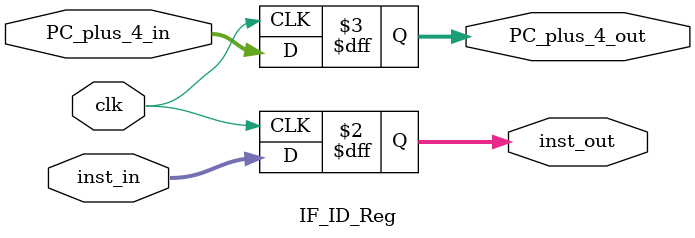
<source format=v>
module IF_ID_Reg(
    input clk,
    input [31:0] inst_in, PC_plus_4_in,
    output reg [31:0] inst_out, PC_plus_4_out
);
    always @(posedge clk) begin
        inst_out <= inst_in;
        PC_plus_4_out <= PC_plus_4_in;
    end
endmodule
</source>
